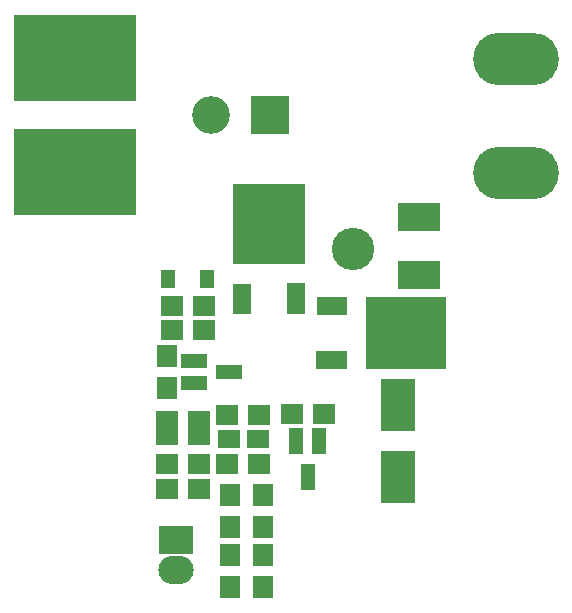
<source format=gts>
G04 #@! TF.FileFunction,Soldermask,Top*
%FSLAX46Y46*%
G04 Gerber Fmt 4.6, Leading zero omitted, Abs format (unit mm)*
G04 Created by KiCad (PCBNEW 4.0.7-e2-6376~58~ubuntu16.04.1) date Mon Nov  6 12:00:07 2017*
%MOMM*%
%LPD*%
G01*
G04 APERTURE LIST*
%ADD10C,0.100000*%
%ADD11R,1.975000X2.360000*%
%ADD12R,3.550000X2.360000*%
%ADD13R,2.600000X1.600000*%
%ADD14R,6.800000X6.200000*%
%ADD15R,3.450000X3.150000*%
%ADD16R,1.500000X1.600000*%
%ADD17R,1.600000X2.600000*%
%ADD18R,6.200000X6.800000*%
%ADD19R,3.150000X3.450000*%
%ADD20R,1.600000X1.500000*%
%ADD21R,10.400000X7.400000*%
%ADD22O,7.250000X4.450000*%
%ADD23C,3.600000*%
%ADD24R,3.194000X3.194000*%
%ADD25C,3.194000*%
%ADD26R,1.900000X1.650000*%
%ADD27R,2.900000X4.400000*%
%ADD28R,1.700000X1.900000*%
%ADD29R,1.300000X1.600000*%
%ADD30R,1.900000X1.700000*%
%ADD31R,1.960000X1.050000*%
%ADD32R,2.300000X1.200000*%
%ADD33R,3.000000X2.400000*%
%ADD34O,3.000000X2.400000*%
%ADD35R,1.200000X2.300000*%
G04 APERTURE END LIST*
D10*
D11*
X158011000Y-98124000D03*
X156438500Y-98124000D03*
X158013500Y-103044000D03*
X156438500Y-103044000D03*
D12*
X157226000Y-98124000D03*
X157226000Y-103044000D03*
D13*
X149860000Y-105664000D03*
D14*
X156160000Y-107944000D03*
D15*
X157835000Y-109469000D03*
X154485000Y-106419000D03*
X157835000Y-106419000D03*
X154485000Y-109469000D03*
D16*
X149310000Y-110224000D03*
X150410000Y-110224000D03*
D17*
X142246000Y-105038000D03*
D18*
X144526000Y-98738000D03*
D19*
X146051000Y-97063000D03*
X143001000Y-100413000D03*
X143001000Y-97063000D03*
X146051000Y-100413000D03*
D20*
X146806000Y-104488000D03*
X146806000Y-105588000D03*
D21*
X128130800Y-84683600D03*
X128130800Y-94335600D03*
D22*
X165473000Y-84709000D03*
X165473000Y-94352000D03*
D23*
X151638000Y-100838000D03*
D24*
X144627600Y-89509600D03*
D25*
X139627600Y-89509600D03*
D26*
X141124080Y-116907881D03*
X143624080Y-116907881D03*
D27*
X155448000Y-114044000D03*
X155448000Y-120144000D03*
D28*
X141224000Y-126759975D03*
X141224000Y-129459975D03*
D29*
X139318000Y-103378000D03*
X136018000Y-103378000D03*
D28*
X144018000Y-129459975D03*
X144018000Y-126759975D03*
D30*
X138644080Y-121158000D03*
X135944080Y-121158000D03*
X135944080Y-119053992D03*
X138644080Y-119053992D03*
X141024080Y-119053992D03*
X143724080Y-119053992D03*
X143724080Y-114875881D03*
X141024080Y-114875881D03*
D28*
X141224000Y-124379975D03*
X141224000Y-121679975D03*
X135890000Y-109902000D03*
X135890000Y-112602000D03*
D30*
X139018000Y-105664000D03*
X136318000Y-105664000D03*
X136318000Y-107696000D03*
X139018000Y-107696000D03*
D28*
X144018000Y-121679975D03*
X144018000Y-124379975D03*
D31*
X135944080Y-115055992D03*
X135944080Y-116005992D03*
X135944080Y-116955992D03*
X138644080Y-116955992D03*
X138644080Y-115055992D03*
X138644080Y-116005992D03*
D32*
X138200000Y-110302000D03*
X138200000Y-112202000D03*
X141200000Y-111252000D03*
D33*
X136652000Y-125476000D03*
D34*
X136652000Y-128016000D03*
D35*
X148778000Y-117118000D03*
X146878000Y-117118000D03*
X147828000Y-120118000D03*
D30*
X149178000Y-114808000D03*
X146478000Y-114808000D03*
M02*

</source>
